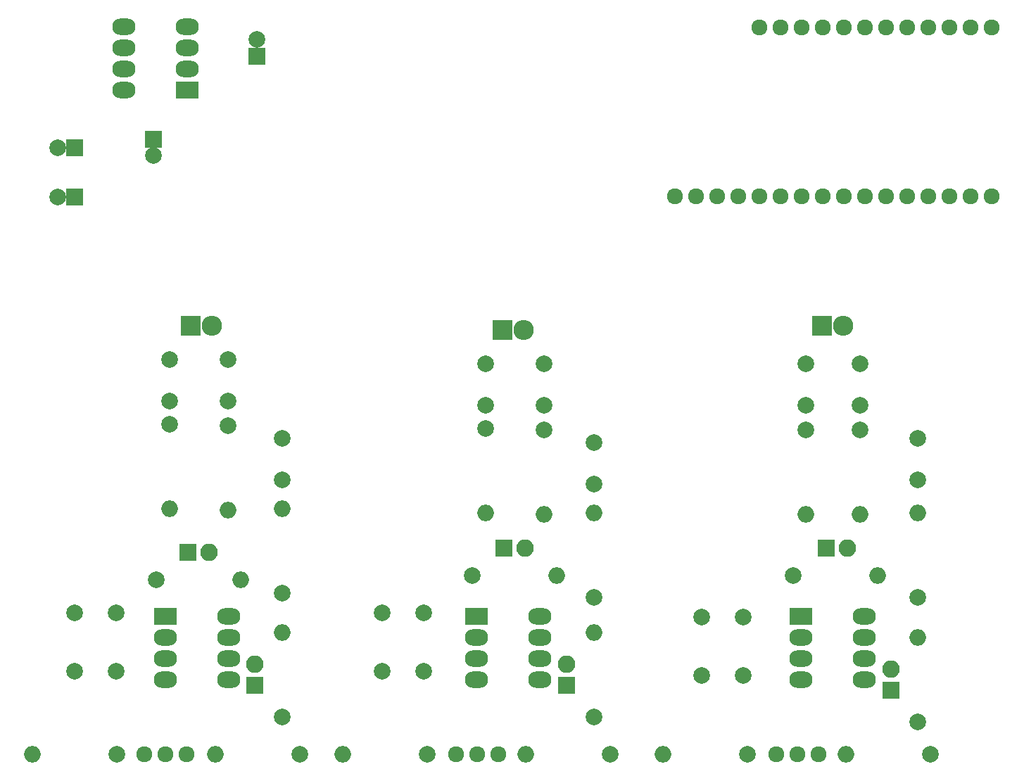
<source format=gbr>
G04 #@! TF.FileFunction,Soldermask,Top*
%FSLAX46Y46*%
G04 Gerber Fmt 4.6, Leading zero omitted, Abs format (unit mm)*
G04 Created by KiCad (PCBNEW 4.0.5) date 03/28/17 16:12:12*
%MOMM*%
%LPD*%
G01*
G04 APERTURE LIST*
%ADD10C,0.100000*%
%ADD11R,2.800000X2.000000*%
%ADD12O,2.800000X2.000000*%
%ADD13R,2.432000X2.432000*%
%ADD14O,2.432000X2.432000*%
%ADD15C,1.924000*%
%ADD16R,2.000000X2.000000*%
%ADD17C,2.000000*%
%ADD18O,2.000000X2.000000*%
%ADD19R,2.100000X2.100000*%
%ADD20O,2.100000X2.100000*%
G04 APERTURE END LIST*
D10*
D11*
X129000000Y-125460000D03*
D12*
X136620000Y-133080000D03*
X129000000Y-128000000D03*
X136620000Y-130540000D03*
X129000000Y-130540000D03*
X136620000Y-128000000D03*
X129000000Y-133080000D03*
X136620000Y-125460000D03*
D13*
X132000000Y-90500000D03*
D14*
X134540000Y-90500000D03*
D13*
X169500000Y-91000000D03*
D14*
X172040000Y-91000000D03*
D13*
X207960000Y-90500000D03*
D14*
X210500000Y-90500000D03*
D11*
X131620000Y-62080000D03*
D12*
X124000000Y-54460000D03*
X131620000Y-59540000D03*
X124000000Y-57000000D03*
X131620000Y-57000000D03*
X124000000Y-59540000D03*
X131620000Y-54460000D03*
X124000000Y-62080000D03*
D11*
X166380000Y-125420000D03*
D12*
X174000000Y-133040000D03*
X166380000Y-127960000D03*
X174000000Y-130500000D03*
X166380000Y-130500000D03*
X174000000Y-127960000D03*
X166380000Y-133040000D03*
X174000000Y-125420000D03*
D11*
X205380000Y-125420000D03*
D12*
X213000000Y-133040000D03*
X205380000Y-127960000D03*
X213000000Y-130500000D03*
X205380000Y-130500000D03*
X213000000Y-127960000D03*
X205380000Y-133040000D03*
X213000000Y-125420000D03*
D15*
X126460000Y-142000000D03*
X129000000Y-142000000D03*
X131540000Y-142000000D03*
X163960000Y-142000000D03*
X166500000Y-142000000D03*
X169040000Y-142000000D03*
X202460000Y-142000000D03*
X205000000Y-142000000D03*
X207540000Y-142000000D03*
X190280000Y-74890000D03*
X192820000Y-74890000D03*
X195360000Y-74890000D03*
X197900000Y-74890000D03*
X200440000Y-74890000D03*
X202980000Y-74890000D03*
X205520000Y-74890000D03*
X208060000Y-74890000D03*
X210600000Y-74890000D03*
X213140000Y-74890000D03*
X215680000Y-74890000D03*
X218220000Y-74890000D03*
X220760000Y-74890000D03*
X223300000Y-74890000D03*
X225840000Y-74890000D03*
X228380000Y-74890000D03*
X228380000Y-54570000D03*
X225840000Y-54570000D03*
X223300000Y-54570000D03*
X220760000Y-54570000D03*
X218220000Y-54570000D03*
X215680000Y-54570000D03*
X213140000Y-54570000D03*
X210600000Y-54570000D03*
X208060000Y-54570000D03*
X205520000Y-54570000D03*
X202980000Y-54570000D03*
X200440000Y-54570000D03*
D16*
X127500000Y-68000000D03*
D17*
X127500000Y-70000000D03*
D16*
X118000000Y-75000000D03*
D17*
X116000000Y-75000000D03*
D16*
X140000000Y-58000000D03*
D17*
X140000000Y-56000000D03*
D16*
X118000000Y-69000000D03*
D17*
X116000000Y-69000000D03*
X118000000Y-132000000D03*
X123000000Y-132000000D03*
X155000000Y-132000000D03*
X160000000Y-132000000D03*
X193500000Y-132500000D03*
X198500000Y-132500000D03*
X118000000Y-125000000D03*
X123000000Y-125000000D03*
X155000000Y-125000000D03*
X160000000Y-125000000D03*
X193500000Y-125500000D03*
X198500000Y-125500000D03*
X136500000Y-99500000D03*
X136500000Y-94500000D03*
X129500000Y-99500000D03*
X129500000Y-94500000D03*
X174500000Y-100000000D03*
X174500000Y-95000000D03*
X167500000Y-100000000D03*
X167500000Y-95000000D03*
X212500000Y-100000000D03*
X212500000Y-95000000D03*
X206000000Y-100000000D03*
X206000000Y-95000000D03*
X143000000Y-104000000D03*
X143000000Y-109000000D03*
X180500000Y-104500000D03*
X180500000Y-109500000D03*
X219500000Y-104000000D03*
X219500000Y-109000000D03*
X123160000Y-142000000D03*
D18*
X113000000Y-142000000D03*
D17*
X145160000Y-142000000D03*
D18*
X135000000Y-142000000D03*
D17*
X136500000Y-102500000D03*
D18*
X136500000Y-112660000D03*
D17*
X129500000Y-102340000D03*
D18*
X129500000Y-112500000D03*
D17*
X127840000Y-121000000D03*
D18*
X138000000Y-121000000D03*
D17*
X143000000Y-137500000D03*
D18*
X143000000Y-127340000D03*
D17*
X143000000Y-122660000D03*
D18*
X143000000Y-112500000D03*
D17*
X160500000Y-142000000D03*
D18*
X150340000Y-142000000D03*
D17*
X182500000Y-142000000D03*
D18*
X172340000Y-142000000D03*
D17*
X199000000Y-142000000D03*
D18*
X188840000Y-142000000D03*
D17*
X221000000Y-142000000D03*
D18*
X210840000Y-142000000D03*
D17*
X174500000Y-103000000D03*
D18*
X174500000Y-113160000D03*
D17*
X167500000Y-102840000D03*
D18*
X167500000Y-113000000D03*
D17*
X212500000Y-103000000D03*
D18*
X212500000Y-113160000D03*
D17*
X206000000Y-103000000D03*
D18*
X206000000Y-113160000D03*
D17*
X165840000Y-120500000D03*
D18*
X176000000Y-120500000D03*
D17*
X204500000Y-120500000D03*
D18*
X214660000Y-120500000D03*
D17*
X180500000Y-137500000D03*
D18*
X180500000Y-127340000D03*
D17*
X219500000Y-138160000D03*
D18*
X219500000Y-128000000D03*
D17*
X180500000Y-123160000D03*
D18*
X180500000Y-113000000D03*
D17*
X219500000Y-123160000D03*
D18*
X219500000Y-113000000D03*
D19*
X139750000Y-133750000D03*
D20*
X139750000Y-131210000D03*
D19*
X131710000Y-117750000D03*
D20*
X134250000Y-117750000D03*
D19*
X177250000Y-133750000D03*
D20*
X177250000Y-131210000D03*
D19*
X169710000Y-117250000D03*
D20*
X172250000Y-117250000D03*
D19*
X216250000Y-134290000D03*
D20*
X216250000Y-131750000D03*
D19*
X208460000Y-117250000D03*
D20*
X211000000Y-117250000D03*
M02*

</source>
